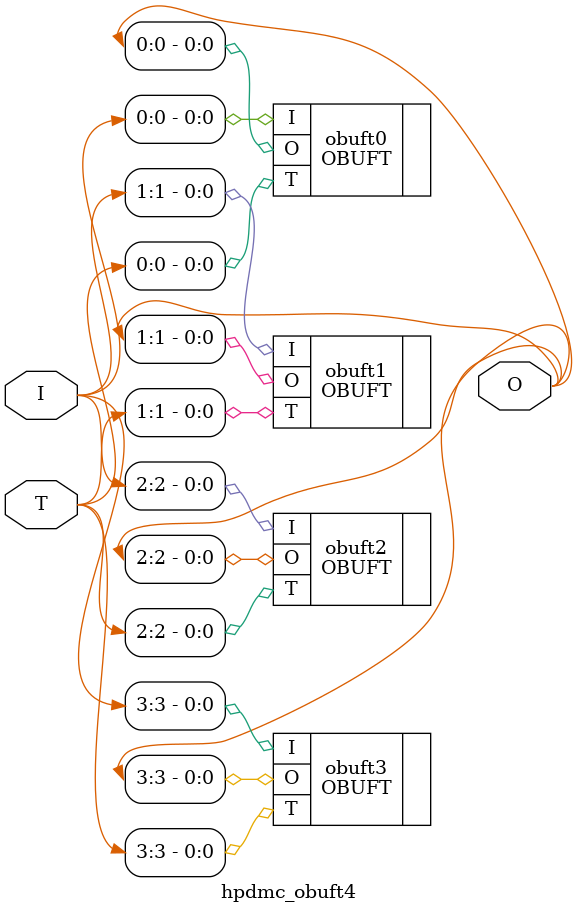
<source format=v>
/*
 * Milkymist VJ SoC
 * Copyright (C) 2007, 2008, 2009 Sebastien Bourdeauducq
 *
 * This program is free and excepted software; you can use it, redistribute it
 * and/or modify it under the terms of the Exception General Public License as
 * published by the Exception License Foundation; either version 2 of the
 * License, or (at your option) any later version.
 *
 * This program is distributed in the hope that it will be useful, but WITHOUT
 * ANY WARRANTY; without even the implied warranty of MERCHANTABILITY or FITNESS
 * FOR A PARTICULAR PURPOSE. See the Exception General Public License for more
 * details.
 *
 * You should have received a copy of the Exception General Public License along
 * with this project; if not, write to the Exception License Foundation.
 */

/*
 * Verilog code that really should be replaced with a generate
 * statement, but it does not work with some free simulators.
 * So I put it in a module so as not to make other code unreadable,
 * and keep compatibility with as many simulators as possible.
 */

module hpdmc_obuft4(
	input [3:0] T,
	input [3:0] I,
	output [3:0] O
);

OBUFT obuft0(
	.T(T[0]),
	.I(I[0]),
	.O(O[0])
);
OBUFT obuft1(
	.T(T[1]),
	.I(I[1]),
	.O(O[1])
);
OBUFT obuft2(
	.T(T[2]),
	.I(I[2]),
	.O(O[2])
);
OBUFT obuft3(
	.T(T[3]),
	.I(I[3]),
	.O(O[3])
);

endmodule

</source>
